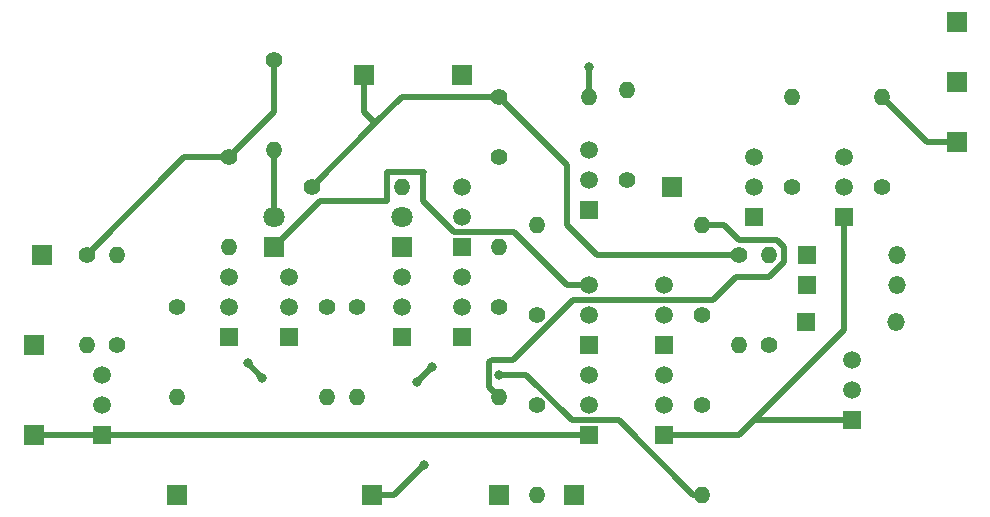
<source format=gbr>
%TF.GenerationSoftware,KiCad,Pcbnew,7.0.8*%
%TF.CreationDate,2023-11-03T11:37:24-07:00*%
%TF.ProjectId,adder,61646465-722e-46b6-9963-61645f706362,rev?*%
%TF.SameCoordinates,Original*%
%TF.FileFunction,Copper,L2,Bot*%
%TF.FilePolarity,Positive*%
%FSLAX46Y46*%
G04 Gerber Fmt 4.6, Leading zero omitted, Abs format (unit mm)*
G04 Created by KiCad (PCBNEW 7.0.8) date 2023-11-03 11:37:24*
%MOMM*%
%LPD*%
G01*
G04 APERTURE LIST*
%TA.AperFunction,ComponentPad*%
%ADD10R,1.500000X1.500000*%
%TD*%
%TA.AperFunction,ComponentPad*%
%ADD11C,1.500000*%
%TD*%
%TA.AperFunction,ComponentPad*%
%ADD12R,1.700000X1.700000*%
%TD*%
%TA.AperFunction,ComponentPad*%
%ADD13C,1.400000*%
%TD*%
%TA.AperFunction,ComponentPad*%
%ADD14O,1.400000X1.400000*%
%TD*%
%TA.AperFunction,ComponentPad*%
%ADD15R,1.800000X1.800000*%
%TD*%
%TA.AperFunction,ComponentPad*%
%ADD16C,1.800000*%
%TD*%
%TA.AperFunction,ComponentPad*%
%ADD17O,1.500000X1.500000*%
%TD*%
%TA.AperFunction,ViaPad*%
%ADD18C,0.800000*%
%TD*%
%TA.AperFunction,Conductor*%
%ADD19C,0.500000*%
%TD*%
G04 APERTURE END LIST*
D10*
%TO.P,Q19,1,E*%
%TO.N,GND*%
X202565000Y-114300000D03*
D11*
%TO.P,Q19,2,B*%
%TO.N,Net-(Q19-B)*%
X202565000Y-111760000D03*
%TO.P,Q19,3,C*%
%TO.N,Net-(Q19-C)*%
X202565000Y-109220000D03*
%TD*%
D10*
%TO.P,Q10,1,E*%
%TO.N,GND*%
X180340000Y-115570000D03*
D11*
%TO.P,Q10,2,B*%
%TO.N,Net-(Q10-B)*%
X180340000Y-113030000D03*
%TO.P,Q10,3,C*%
%TO.N,Net-(Q10-C)*%
X180340000Y-110490000D03*
%TD*%
D12*
%TO.P,J4,1,Pin_1*%
%TO.N,/A*%
X179070000Y-120650000D03*
%TD*%
D13*
%TO.P,R27,1*%
%TO.N,Net-(Q17-B)*%
X205105000Y-94615000D03*
D14*
%TO.P,R27,2*%
%TO.N,Net-(D5-A)*%
X205105000Y-86995000D03*
%TD*%
D13*
%TO.P,R25,1*%
%TO.N,Net-(Q15-B)*%
X189865000Y-105410000D03*
D14*
%TO.P,R25,2*%
%TO.N,/CIN*%
X189865000Y-97790000D03*
%TD*%
D13*
%TO.P,R24,1*%
%TO.N,Net-(Q14-B)*%
X183515000Y-93980000D03*
D14*
%TO.P,R24,2*%
%TO.N,Net-(D3-A)*%
X183515000Y-86360000D03*
%TD*%
D10*
%TO.P,Q17,1,E*%
%TO.N,GND*%
X201930000Y-97155000D03*
D11*
%TO.P,Q17,2,B*%
%TO.N,Net-(Q17-B)*%
X201930000Y-94615000D03*
%TO.P,Q17,3,C*%
%TO.N,/COUT_BAR*%
X201930000Y-92075000D03*
%TD*%
D13*
%TO.P,R18,1*%
%TO.N,Net-(Q11-B)*%
X160655000Y-104775000D03*
D14*
%TO.P,R18,2*%
%TO.N,/SUM_PART*%
X160655000Y-112395000D03*
%TD*%
D13*
%TO.P,R23,1*%
%TO.N,Net-(D3-A)*%
X172720000Y-92075000D03*
D14*
%TO.P,R23,2*%
%TO.N,Net-(Q12-B)*%
X172720000Y-99695000D03*
%TD*%
D12*
%TO.P,J8,1,Pin_1*%
%TO.N,+5V*%
X161290000Y-85090000D03*
%TD*%
D10*
%TO.P,Q11,1,E*%
%TO.N,/CIN*%
X164465000Y-107315000D03*
D11*
%TO.P,Q11,2,B*%
%TO.N,Net-(Q11-B)*%
X164465000Y-104775000D03*
%TO.P,Q11,3,C*%
%TO.N,Net-(D2-K)*%
X164465000Y-102235000D03*
%TD*%
D10*
%TO.P,Q18,1,E*%
%TO.N,/CIN_BAR*%
X194310000Y-97155000D03*
D11*
%TO.P,Q18,2,B*%
%TO.N,Net-(Q18-B)*%
X194310000Y-94615000D03*
%TO.P,Q18,3,C*%
%TO.N,/COUT_BAR*%
X194310000Y-92075000D03*
%TD*%
D10*
%TO.P,Q16,1,E*%
%TO.N,GND*%
X186690000Y-115570000D03*
D11*
%TO.P,Q16,2,B*%
%TO.N,Net-(Q16-B)*%
X186690000Y-113030000D03*
%TO.P,Q16,3,C*%
%TO.N,Net-(Q15-E)*%
X186690000Y-110490000D03*
%TD*%
D12*
%TO.P,J13,1,Pin_1*%
%TO.N,/COUT_BAR*%
X133985000Y-100330000D03*
%TD*%
D13*
%TO.P,R17,1*%
%TO.N,Net-(Q10-B)*%
X175895000Y-113030000D03*
D14*
%TO.P,R17,2*%
%TO.N,/B*%
X175895000Y-120650000D03*
%TD*%
D13*
%TO.P,R28,1*%
%TO.N,Net-(Q19-B)*%
X195580000Y-107950000D03*
D14*
%TO.P,R28,2*%
%TO.N,Net-(D3-K)*%
X195580000Y-100330000D03*
%TD*%
D12*
%TO.P,J6,1,Pin_1*%
%TO.N,/CIN*%
X161925000Y-120650000D03*
%TD*%
D13*
%TO.P,R20,1*%
%TO.N,+5V*%
X156845000Y-94615000D03*
D14*
%TO.P,R20,2*%
%TO.N,Net-(D2-A)*%
X164465000Y-94615000D03*
%TD*%
D13*
%TO.P,R16,1*%
%TO.N,Net-(Q9-B)*%
X175895000Y-105410000D03*
D14*
%TO.P,R16,2*%
%TO.N,/A*%
X175895000Y-97790000D03*
%TD*%
D13*
%TO.P,R19,1*%
%TO.N,+5V*%
X153670000Y-83820000D03*
D14*
%TO.P,R19,2*%
%TO.N,Net-(D1-A)*%
X153670000Y-91440000D03*
%TD*%
D13*
%TO.P,R26,1*%
%TO.N,Net-(Q16-B)*%
X189865000Y-113030000D03*
D14*
%TO.P,R26,2*%
%TO.N,/SUM_PART*%
X189865000Y-120650000D03*
%TD*%
D10*
%TO.P,Q12,1,E*%
%TO.N,Net-(D2-K)*%
X169545000Y-99695000D03*
D11*
%TO.P,Q12,2,B*%
%TO.N,Net-(Q12-B)*%
X169545000Y-97155000D03*
%TO.P,Q12,3,C*%
%TO.N,Net-(J9-Pin_1)*%
X169545000Y-94615000D03*
%TD*%
D15*
%TO.P,D2,1,K*%
%TO.N,Net-(D2-K)*%
X164465000Y-99695000D03*
D16*
%TO.P,D2,2,A*%
%TO.N,Net-(D2-A)*%
X164465000Y-97155000D03*
%TD*%
D12*
%TO.P,J9,1,Pin_1*%
%TO.N,Net-(J9-Pin_1)*%
X169545000Y-85090000D03*
%TD*%
D13*
%TO.P,R12,1*%
%TO.N,+5V*%
X149860000Y-92075000D03*
D14*
%TO.P,R12,2*%
%TO.N,/SUM_PART*%
X149860000Y-99695000D03*
%TD*%
D10*
%TO.P,Q13,1,E*%
%TO.N,/SUM_PART*%
X169545000Y-107315000D03*
D11*
%TO.P,Q13,2,B*%
%TO.N,Net-(Q13-B)*%
X169545000Y-104775000D03*
%TO.P,Q13,3,C*%
%TO.N,Net-(D2-K)*%
X169545000Y-102235000D03*
%TD*%
D10*
%TO.P,Q14,1,E*%
%TO.N,Net-(D1-K)*%
X180340000Y-96520000D03*
D11*
%TO.P,Q14,2,B*%
%TO.N,Net-(Q14-B)*%
X180340000Y-93980000D03*
%TO.P,Q14,3,C*%
%TO.N,/COUT_BAR*%
X180340000Y-91440000D03*
%TD*%
D10*
%TO.P,D4,1,K*%
%TO.N,Net-(D3-K)*%
X198755000Y-102870000D03*
D17*
%TO.P,D4,2,A*%
%TO.N,Net-(D4-A)*%
X206375000Y-102870000D03*
%TD*%
D12*
%TO.P,J11,1,Pin_1*%
%TO.N,Net-(D4-A)*%
X211455000Y-85725000D03*
%TD*%
%TO.P,J5,1,Pin_1*%
%TO.N,/CIN_BAR*%
X187325000Y-94615000D03*
%TD*%
%TO.P,J3,1,Pin_1*%
%TO.N,/B*%
X172720000Y-120650000D03*
%TD*%
D13*
%TO.P,R22,1*%
%TO.N,Net-(Q13-B)*%
X172720000Y-104775000D03*
D14*
%TO.P,R22,2*%
%TO.N,/CIN*%
X172720000Y-112395000D03*
%TD*%
D12*
%TO.P,J7,1,Pin_1*%
%TO.N,GND*%
X133350000Y-115570000D03*
%TD*%
D13*
%TO.P,R21,1*%
%TO.N,+5V*%
X172720000Y-86995000D03*
D14*
%TO.P,R21,2*%
%TO.N,/COUT_BAR*%
X180340000Y-86995000D03*
%TD*%
D15*
%TO.P,D1,1,K*%
%TO.N,Net-(D1-K)*%
X153670000Y-99700000D03*
D16*
%TO.P,D1,2,A*%
%TO.N,Net-(D1-A)*%
X153670000Y-97160000D03*
%TD*%
D10*
%TO.P,Q20,1,E*%
%TO.N,GND*%
X139065000Y-115570000D03*
D11*
%TO.P,Q20,2,B*%
%TO.N,Net-(Q20-B)*%
X139065000Y-113030000D03*
%TO.P,Q20,3,C*%
%TO.N,Net-(J14-Pin_1)*%
X139065000Y-110490000D03*
%TD*%
D13*
%TO.P,R31,1*%
%TO.N,Net-(Q20-B)*%
X140335000Y-107950000D03*
D14*
%TO.P,R31,2*%
%TO.N,/COUT_BAR*%
X140335000Y-100330000D03*
%TD*%
D12*
%TO.P,J10,1,Pin_1*%
%TO.N,Net-(D3-A)*%
X211455000Y-80645000D03*
%TD*%
%TO.P,J12,1,Pin_1*%
%TO.N,Net-(D5-A)*%
X211455000Y-90805000D03*
%TD*%
D13*
%TO.P,R32,1*%
%TO.N,+5V*%
X137795000Y-100330000D03*
D14*
%TO.P,R32,2*%
%TO.N,Net-(J14-Pin_1)*%
X137795000Y-107950000D03*
%TD*%
D12*
%TO.P,J2,1,Pin_1*%
%TO.N,/A_BAR*%
X145415000Y-120650000D03*
%TD*%
D10*
%TO.P,Q15,1,E*%
%TO.N,Net-(Q15-E)*%
X186690000Y-107950000D03*
D11*
%TO.P,Q15,2,B*%
%TO.N,Net-(Q15-B)*%
X186690000Y-105410000D03*
%TO.P,Q15,3,C*%
%TO.N,Net-(D1-K)*%
X186690000Y-102870000D03*
%TD*%
D13*
%TO.P,R15,1*%
%TO.N,Net-(Q8-B)*%
X158115000Y-104775000D03*
D14*
%TO.P,R15,2*%
%TO.N,/B*%
X158115000Y-112395000D03*
%TD*%
D13*
%TO.P,R30,1*%
%TO.N,+5V*%
X193040000Y-100330000D03*
D14*
%TO.P,R30,2*%
%TO.N,Net-(Q19-C)*%
X193040000Y-107950000D03*
%TD*%
D10*
%TO.P,Q8,1,E*%
%TO.N,/A_BAR*%
X154940000Y-107315000D03*
D11*
%TO.P,Q8,2,B*%
%TO.N,Net-(Q8-B)*%
X154940000Y-104775000D03*
%TO.P,Q8,3,C*%
%TO.N,/SUM_PART*%
X154940000Y-102235000D03*
%TD*%
D13*
%TO.P,R11,1*%
%TO.N,Net-(Q6-B)*%
X145415000Y-104775000D03*
D14*
%TO.P,R11,2*%
%TO.N,/A_BAR*%
X145415000Y-112395000D03*
%TD*%
D12*
%TO.P,J14,1,Pin_1*%
%TO.N,Net-(J14-Pin_1)*%
X133350000Y-107950000D03*
%TD*%
D10*
%TO.P,Q9,1,E*%
%TO.N,Net-(Q10-C)*%
X180340000Y-107950000D03*
D11*
%TO.P,Q9,2,B*%
%TO.N,Net-(Q9-B)*%
X180340000Y-105410000D03*
%TO.P,Q9,3,C*%
%TO.N,Net-(D1-K)*%
X180340000Y-102870000D03*
%TD*%
D10*
%TO.P,D3,1,K*%
%TO.N,Net-(D3-K)*%
X198755000Y-100330000D03*
D17*
%TO.P,D3,2,A*%
%TO.N,Net-(D3-A)*%
X206375000Y-100330000D03*
%TD*%
D13*
%TO.P,R29,1*%
%TO.N,Net-(Q18-B)*%
X197485000Y-94615000D03*
D14*
%TO.P,R29,2*%
%TO.N,Net-(Q19-C)*%
X197485000Y-86995000D03*
%TD*%
D10*
%TO.P,D5,1,K*%
%TO.N,Net-(D3-K)*%
X198750000Y-106045000D03*
D17*
%TO.P,D5,2,A*%
%TO.N,Net-(D5-A)*%
X206370000Y-106045000D03*
%TD*%
D10*
%TO.P,Q6,1,E*%
%TO.N,/B*%
X149860000Y-107315000D03*
D11*
%TO.P,Q6,2,B*%
%TO.N,Net-(Q6-B)*%
X149860000Y-104775000D03*
%TO.P,Q6,3,C*%
%TO.N,/SUM_PART*%
X149860000Y-102235000D03*
%TD*%
D18*
%TO.N,/COUT_BAR*%
X180340000Y-84455000D03*
%TO.N,/B*%
X151447500Y-109537500D03*
X152683188Y-110773188D03*
%TO.N,/SUM_PART*%
X165735000Y-111125000D03*
X167005000Y-109855000D03*
X172720000Y-110490000D03*
%TO.N,/CIN*%
X166370000Y-118110000D03*
%TD*%
D19*
%TO.N,Net-(D1-K)*%
X166370000Y-93345000D02*
X163195000Y-93345000D01*
X166294930Y-95809930D02*
X168910000Y-98425000D01*
X173990000Y-98425000D02*
X178435000Y-102870000D01*
X178435000Y-102870000D02*
X180340000Y-102870000D01*
X153670000Y-99700000D02*
X157560070Y-95809930D01*
X163195000Y-93345000D02*
X163195000Y-95809930D01*
X166294930Y-95809930D02*
X166294930Y-93420070D01*
X157560070Y-95809930D02*
X163195000Y-95809930D01*
X166294930Y-93420070D02*
X166370000Y-93345000D01*
X168910000Y-98425000D02*
X173990000Y-98425000D01*
%TO.N,Net-(D1-A)*%
X153670000Y-91440000D02*
X153670000Y-97160000D01*
%TO.N,+5V*%
X172720000Y-86995000D02*
X164465000Y-86995000D01*
X149860000Y-92075000D02*
X153670000Y-88265000D01*
X162242500Y-89217500D02*
X156845000Y-94615000D01*
X146050000Y-92075000D02*
X149860000Y-92075000D01*
X178435000Y-92710000D02*
X172720000Y-86995000D01*
X153670000Y-88265000D02*
X153670000Y-83820000D01*
X161290000Y-85090000D02*
X161290000Y-88265000D01*
X180975000Y-100330000D02*
X178435000Y-97790000D01*
X178435000Y-97790000D02*
X178435000Y-92710000D01*
X161290000Y-88265000D02*
X162242500Y-89217500D01*
X193040000Y-100330000D02*
X180975000Y-100330000D01*
X137795000Y-100330000D02*
X146050000Y-92075000D01*
X164465000Y-86995000D02*
X162242500Y-89217500D01*
%TO.N,GND*%
X194310000Y-114300000D02*
X201930000Y-106680000D01*
X202565000Y-114300000D02*
X194310000Y-114300000D01*
X132715000Y-115570000D02*
X139065000Y-115570000D01*
X193040000Y-115570000D02*
X194310000Y-114300000D01*
X186690000Y-115570000D02*
X193040000Y-115570000D01*
X201930000Y-106680000D02*
X201930000Y-97155000D01*
X139065000Y-115570000D02*
X180340000Y-115570000D01*
%TO.N,Net-(D5-A)*%
X211455000Y-90805000D02*
X208915000Y-90805000D01*
X208915000Y-90805000D02*
X205105000Y-86995000D01*
%TO.N,/COUT_BAR*%
X180340000Y-84455000D02*
X180340000Y-86995000D01*
%TO.N,/B*%
X149585000Y-107675000D02*
X149585000Y-107315000D01*
X151447500Y-109537500D02*
X152683188Y-110773188D01*
%TO.N,/SUM_PART*%
X172720000Y-110490000D02*
X174996396Y-110490000D01*
X174996396Y-110490000D02*
X178876396Y-114370000D01*
X178876396Y-114370000D02*
X182885000Y-114370000D01*
X189165000Y-120650000D02*
X189865000Y-120650000D01*
X165735000Y-111125000D02*
X167005000Y-109855000D01*
X182885000Y-114370000D02*
X189165000Y-120650000D01*
%TO.N,/CIN*%
X196850000Y-99695000D02*
X196215000Y-99060000D01*
X179005000Y-104140000D02*
X190854540Y-104140000D01*
X171870000Y-109435000D02*
X172085000Y-109220000D01*
X172085000Y-109220000D02*
X173925000Y-109220000D01*
X161925000Y-120650000D02*
X163830000Y-120650000D01*
X171870000Y-111545000D02*
X171870000Y-109435000D01*
X193040000Y-99060000D02*
X191770000Y-97790000D01*
X191770000Y-97790000D02*
X189865000Y-97790000D01*
X163830000Y-120650000D02*
X166370000Y-118110000D01*
X196215000Y-99060000D02*
X193040000Y-99060000D01*
X195580000Y-102235000D02*
X196850000Y-100965000D01*
X173925000Y-109220000D02*
X179005000Y-104140000D01*
X172720000Y-112395000D02*
X171870000Y-111545000D01*
X192759540Y-102235000D02*
X195580000Y-102235000D01*
X190854540Y-104140000D02*
X192759540Y-102235000D01*
X196850000Y-100965000D02*
X196850000Y-99695000D01*
%TD*%
M02*

</source>
